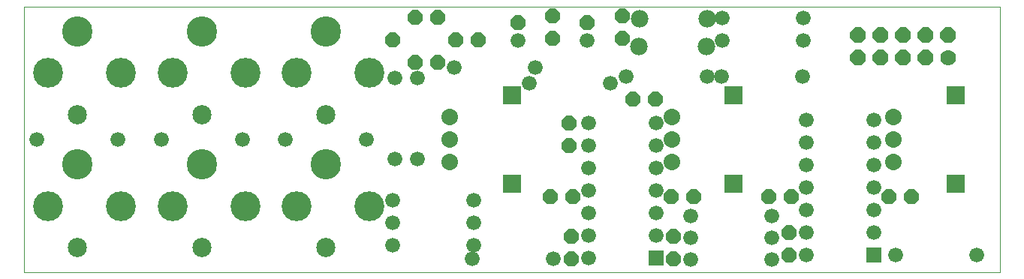
<source format=gbs>
G75*
G70*
%OFA0B0*%
%FSLAX24Y24*%
%IPPOS*%
%LPD*%
%AMOC8*
5,1,8,0,0,1.08239X$1,22.5*
%
%ADD10C,0.0000*%
%ADD11OC8,0.0660*%
%ADD12C,0.0660*%
%ADD13C,0.0780*%
%ADD14C,0.0700*%
%ADD15OC8,0.0700*%
%ADD16C,0.1346*%
%ADD17C,0.1326*%
%ADD18C,0.0852*%
%ADD19R,0.0660X0.0660*%
%ADD20R,0.0812X0.0812*%
%ADD21C,0.0734*%
D10*
X000190Y000492D02*
X000190Y012303D01*
X043497Y012303D01*
X043497Y000492D01*
X000190Y000492D01*
D11*
X023548Y003878D03*
X024548Y003878D03*
X028903Y003878D03*
X029903Y003878D03*
X033233Y003878D03*
X034233Y003878D03*
X038588Y003878D03*
X039588Y003878D03*
X034127Y002252D03*
X034127Y001252D03*
X029009Y001094D03*
X029009Y002094D03*
X024481Y002094D03*
X024481Y001094D03*
X024362Y006134D03*
X024362Y007134D03*
X027210Y008208D03*
X028210Y008208D03*
X020336Y010846D03*
X019336Y010846D03*
X022119Y011601D03*
X023655Y011887D03*
X025190Y011601D03*
X026725Y011887D03*
X026725Y010887D03*
X023655Y010887D03*
X018552Y011846D03*
X017552Y011846D03*
X016552Y010846D03*
X017552Y009846D03*
X018552Y009846D03*
D12*
X019267Y009593D03*
X017631Y009145D03*
X016647Y009145D03*
X022119Y010801D03*
X025190Y010801D03*
X022873Y009593D03*
X022599Y008913D03*
X026205Y008913D03*
X026891Y009193D03*
X030497Y009193D03*
X031143Y009193D03*
X034749Y009193D03*
X034769Y010807D03*
X034769Y011791D03*
X031163Y011791D03*
X031163Y010807D03*
X034910Y007271D03*
X034910Y006271D03*
X034910Y005271D03*
X034910Y004271D03*
X034910Y003271D03*
X033371Y003002D03*
X034910Y002271D03*
X033371Y002037D03*
X034910Y001271D03*
X033371Y001073D03*
X029765Y001073D03*
X029765Y002037D03*
X028225Y002114D03*
X029765Y003002D03*
X028225Y003114D03*
X028225Y004114D03*
X028225Y005114D03*
X028225Y006114D03*
X028225Y007114D03*
X025225Y007114D03*
X025225Y006114D03*
X025225Y005114D03*
X025225Y004114D03*
X025225Y003114D03*
X025225Y002114D03*
X025225Y001114D03*
X023686Y001083D03*
X020143Y001712D03*
X020080Y001083D03*
X016536Y001712D03*
X016536Y002697D03*
X016536Y003681D03*
X020143Y003681D03*
X020143Y002697D03*
X017631Y005539D03*
X016647Y005539D03*
X015379Y006397D03*
X011773Y006397D03*
X009867Y006397D03*
X006261Y006397D03*
X004355Y006397D03*
X000749Y006397D03*
X037910Y006271D03*
X037910Y005271D03*
X037910Y004271D03*
X037910Y003271D03*
X037910Y002271D03*
X038864Y001279D03*
X042471Y001279D03*
X037910Y007271D03*
D13*
X030469Y010530D03*
X027469Y010530D03*
X027509Y011752D03*
X030509Y011752D03*
D14*
X041206Y010031D03*
D15*
X040206Y010031D03*
X039206Y010031D03*
X038206Y010031D03*
X037206Y010031D03*
X037206Y011031D03*
X038206Y011031D03*
X039206Y011031D03*
X040206Y011031D03*
X041206Y011031D03*
D16*
X013576Y011201D03*
X008064Y011201D03*
X002552Y011201D03*
X002552Y005295D03*
X008064Y005295D03*
X013576Y005295D03*
D17*
X012277Y003445D03*
X009993Y003445D03*
X006765Y003445D03*
X004481Y003445D03*
X001253Y003445D03*
X015505Y003445D03*
X015505Y009350D03*
X012277Y009350D03*
X009993Y009350D03*
X006765Y009350D03*
X004481Y009350D03*
X001253Y009350D03*
D18*
X002552Y007500D03*
X008064Y007500D03*
X013576Y007500D03*
X013576Y001594D03*
X008064Y001594D03*
X002552Y001594D03*
D19*
X028225Y001114D03*
X037910Y001271D03*
D20*
X041529Y004429D03*
X031686Y004429D03*
X021844Y004429D03*
X021844Y008366D03*
X031686Y008366D03*
X041529Y008366D03*
D21*
X038773Y007382D03*
X038773Y006397D03*
X038773Y005413D03*
X028930Y005413D03*
X028930Y006397D03*
X028930Y007382D03*
X019088Y007382D03*
X019088Y006397D03*
X019088Y005413D03*
M02*

</source>
